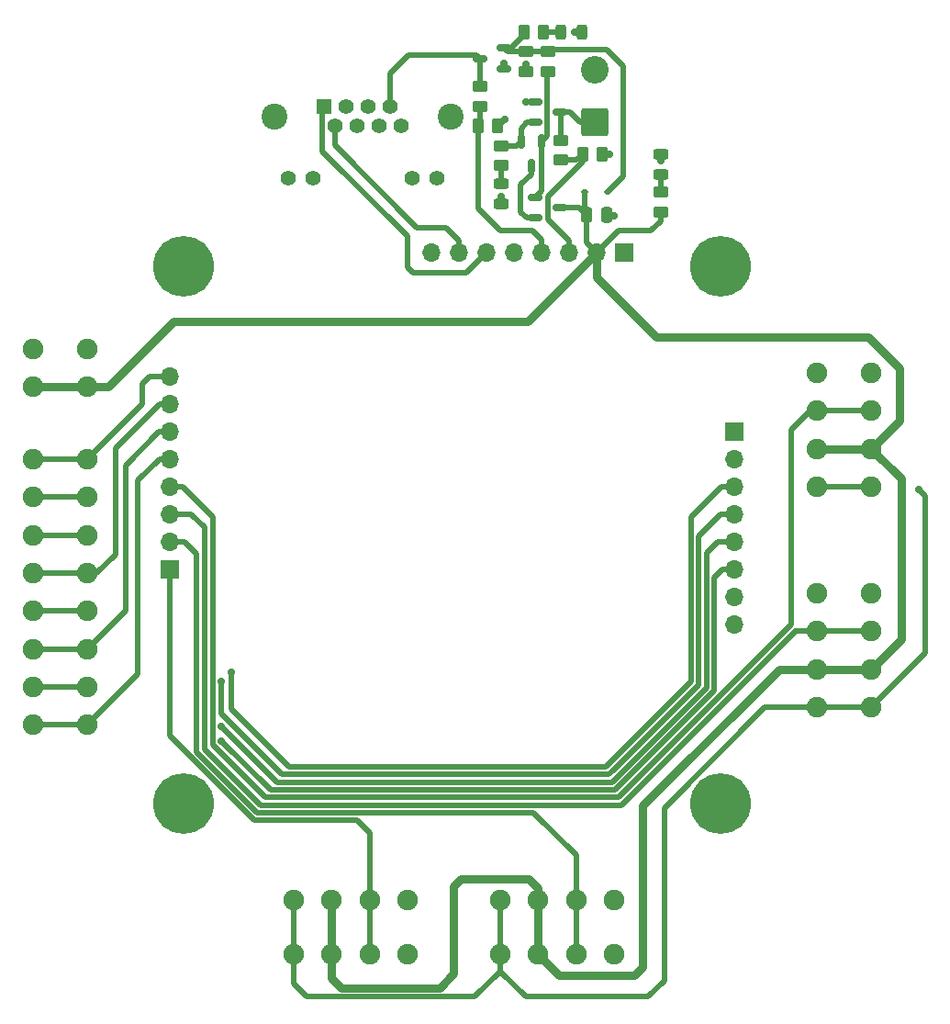
<source format=gtl>
G04 #@! TF.GenerationSoftware,KiCad,Pcbnew,9.0.0*
G04 #@! TF.CreationDate,2025-02-28T23:28:00-08:00*
G04 #@! TF.ProjectId,Constellation Saddle V1.1,436f6e73-7465-46c6-9c61-74696f6e2053,rev?*
G04 #@! TF.SameCoordinates,Original*
G04 #@! TF.FileFunction,Copper,L1,Top*
G04 #@! TF.FilePolarity,Positive*
%FSLAX46Y46*%
G04 Gerber Fmt 4.6, Leading zero omitted, Abs format (unit mm)*
G04 Created by KiCad (PCBNEW 9.0.0) date 2025-02-28 23:28:00*
%MOMM*%
%LPD*%
G01*
G04 APERTURE LIST*
G04 Aperture macros list*
%AMRoundRect*
0 Rectangle with rounded corners*
0 $1 Rounding radius*
0 $2 $3 $4 $5 $6 $7 $8 $9 X,Y pos of 4 corners*
0 Add a 4 corners polygon primitive as box body*
4,1,4,$2,$3,$4,$5,$6,$7,$8,$9,$2,$3,0*
0 Add four circle primitives for the rounded corners*
1,1,$1+$1,$2,$3*
1,1,$1+$1,$4,$5*
1,1,$1+$1,$6,$7*
1,1,$1+$1,$8,$9*
0 Add four rect primitives between the rounded corners*
20,1,$1+$1,$2,$3,$4,$5,0*
20,1,$1+$1,$4,$5,$6,$7,0*
20,1,$1+$1,$6,$7,$8,$9,0*
20,1,$1+$1,$8,$9,$2,$3,0*%
G04 Aperture macros list end*
G04 #@! TA.AperFunction,ComponentPad*
%ADD10R,1.700000X1.700000*%
G04 #@! TD*
G04 #@! TA.AperFunction,ComponentPad*
%ADD11O,1.700000X1.700000*%
G04 #@! TD*
G04 #@! TA.AperFunction,SMDPad,CuDef*
%ADD12RoundRect,0.243750X0.456250X-0.243750X0.456250X0.243750X-0.456250X0.243750X-0.456250X-0.243750X0*%
G04 #@! TD*
G04 #@! TA.AperFunction,ComponentPad*
%ADD13R,1.408000X1.408000*%
G04 #@! TD*
G04 #@! TA.AperFunction,ComponentPad*
%ADD14C,1.408000*%
G04 #@! TD*
G04 #@! TA.AperFunction,ComponentPad*
%ADD15C,2.400000*%
G04 #@! TD*
G04 #@! TA.AperFunction,ComponentPad*
%ADD16C,1.900000*%
G04 #@! TD*
G04 #@! TA.AperFunction,SMDPad,CuDef*
%ADD17RoundRect,0.250000X-0.450000X0.262500X-0.450000X-0.262500X0.450000X-0.262500X0.450000X0.262500X0*%
G04 #@! TD*
G04 #@! TA.AperFunction,SMDPad,CuDef*
%ADD18RoundRect,0.250000X-0.262500X-0.450000X0.262500X-0.450000X0.262500X0.450000X-0.262500X0.450000X0*%
G04 #@! TD*
G04 #@! TA.AperFunction,ComponentPad*
%ADD19C,5.600000*%
G04 #@! TD*
G04 #@! TA.AperFunction,SMDPad,CuDef*
%ADD20RoundRect,0.112500X-0.187500X-0.112500X0.187500X-0.112500X0.187500X0.112500X-0.187500X0.112500X0*%
G04 #@! TD*
G04 #@! TA.AperFunction,SMDPad,CuDef*
%ADD21RoundRect,0.150000X-0.512500X-0.150000X0.512500X-0.150000X0.512500X0.150000X-0.512500X0.150000X0*%
G04 #@! TD*
G04 #@! TA.AperFunction,SMDPad,CuDef*
%ADD22RoundRect,0.243750X-0.456250X0.243750X-0.456250X-0.243750X0.456250X-0.243750X0.456250X0.243750X0*%
G04 #@! TD*
G04 #@! TA.AperFunction,SMDPad,CuDef*
%ADD23RoundRect,0.243750X0.243750X0.456250X-0.243750X0.456250X-0.243750X-0.456250X0.243750X-0.456250X0*%
G04 #@! TD*
G04 #@! TA.AperFunction,SMDPad,CuDef*
%ADD24RoundRect,0.150000X-0.150000X0.512500X-0.150000X-0.512500X0.150000X-0.512500X0.150000X0.512500X0*%
G04 #@! TD*
G04 #@! TA.AperFunction,SMDPad,CuDef*
%ADD25RoundRect,0.250000X0.450000X-0.262500X0.450000X0.262500X-0.450000X0.262500X-0.450000X-0.262500X0*%
G04 #@! TD*
G04 #@! TA.AperFunction,ComponentPad*
%ADD26RoundRect,0.249999X1.025001X-1.025001X1.025001X1.025001X-1.025001X1.025001X-1.025001X-1.025001X0*%
G04 #@! TD*
G04 #@! TA.AperFunction,ComponentPad*
%ADD27C,2.550000*%
G04 #@! TD*
G04 #@! TA.AperFunction,SMDPad,CuDef*
%ADD28RoundRect,0.150000X0.512500X0.150000X-0.512500X0.150000X-0.512500X-0.150000X0.512500X-0.150000X0*%
G04 #@! TD*
G04 #@! TA.AperFunction,SMDPad,CuDef*
%ADD29RoundRect,0.250000X-0.250000X-0.475000X0.250000X-0.475000X0.250000X0.475000X-0.250000X0.475000X0*%
G04 #@! TD*
G04 #@! TA.AperFunction,ViaPad*
%ADD30C,0.700000*%
G04 #@! TD*
G04 #@! TA.AperFunction,Conductor*
%ADD31C,0.750000*%
G04 #@! TD*
G04 #@! TA.AperFunction,Conductor*
%ADD32C,0.500000*%
G04 #@! TD*
G04 APERTURE END LIST*
D10*
X69850000Y-27940000D03*
D11*
X67310000Y-27940000D03*
X64770001Y-27940000D03*
X62230000Y-27940000D03*
X59690000Y-27940000D03*
X57150000Y-27940000D03*
X54610000Y-27940000D03*
X52069999Y-27940000D03*
D12*
X58540000Y-23425002D03*
X58540000Y-21550000D03*
D13*
X42150000Y-14478000D03*
D14*
X43170000Y-16258000D03*
X44190000Y-14478000D03*
X45210000Y-16258000D03*
X46230000Y-14478000D03*
X47250000Y-16258000D03*
X48270000Y-14478000D03*
X49290000Y-16258000D03*
X38860000Y-21077999D03*
X41150000Y-21078000D03*
X50290000Y-21078000D03*
X52580000Y-21077999D03*
D15*
X53845000Y-15368000D03*
X37595000Y-15368000D03*
D16*
X39370000Y-87630000D03*
X39370000Y-92630000D03*
X42870003Y-87630000D03*
X42870003Y-92630000D03*
X46370004Y-87630000D03*
X46370004Y-92630000D03*
X49870004Y-87630000D03*
X49870004Y-92630000D03*
D17*
X64050000Y-17567500D03*
X64050000Y-19392500D03*
X56560000Y-12630000D03*
X56560000Y-14455000D03*
D18*
X60600000Y-7620000D03*
X62425000Y-7620000D03*
D19*
X78740000Y-78740000D03*
D10*
X27940000Y-57150000D03*
D11*
X27940000Y-54610000D03*
X27940000Y-52070001D03*
X27940000Y-49530000D03*
X27940000Y-46990000D03*
X27940000Y-44450000D03*
X27940000Y-41910000D03*
X27940000Y-39369999D03*
D17*
X58540000Y-18095000D03*
X58540000Y-19920000D03*
D19*
X29210000Y-78740000D03*
D20*
X66202500Y-22360000D03*
X68302500Y-22360000D03*
D21*
X61622500Y-14047501D03*
X61622500Y-15947499D03*
X63897500Y-14997500D03*
D16*
X20320000Y-46990000D03*
X15320000Y-46990000D03*
X20320000Y-50490000D03*
X15320001Y-50490001D03*
X20320000Y-53990002D03*
X15320000Y-53990002D03*
X20320000Y-57490003D03*
X15320000Y-57490003D03*
X20320000Y-60990003D03*
X15320000Y-60990003D03*
X20320000Y-64490003D03*
X15320000Y-64490003D03*
X20320000Y-67990004D03*
X15320000Y-67990004D03*
X20320000Y-71490005D03*
X15320000Y-71490005D03*
D22*
X73240000Y-18844998D03*
X73240000Y-20720000D03*
D23*
X65927501Y-7620000D03*
X64052499Y-7620000D03*
D24*
X62232499Y-17722500D03*
X60332501Y-17722500D03*
X61282500Y-19997500D03*
D16*
X58420000Y-87630000D03*
X58420000Y-92630000D03*
X61920003Y-87630000D03*
X61920003Y-92630000D03*
X65420004Y-87630000D03*
X65420004Y-92630000D03*
X68920004Y-87630000D03*
X68920004Y-92630000D03*
X87630000Y-69850000D03*
X92630000Y-69850000D03*
X87630000Y-66349997D03*
X92630000Y-66349997D03*
X87630000Y-62849996D03*
X92630000Y-62849996D03*
X87630000Y-59349996D03*
X92630000Y-59349996D03*
D10*
X80010000Y-44450000D03*
D11*
X80010000Y-46990000D03*
X80010000Y-49530000D03*
X80010000Y-52070000D03*
X80010000Y-54610000D03*
X80010000Y-57150000D03*
X80010000Y-59690000D03*
X80010000Y-62230000D03*
D21*
X61682500Y-22820001D03*
X61682500Y-24719999D03*
X63957500Y-23770000D03*
D25*
X62820000Y-11242500D03*
X62820000Y-9417500D03*
D18*
X66007500Y-18850000D03*
X67832500Y-18850000D03*
D16*
X20320000Y-36830000D03*
X15320000Y-36830000D03*
X20320000Y-40330000D03*
X15320000Y-40330000D03*
D19*
X78740000Y-29210000D03*
D17*
X60800000Y-9417500D03*
X60800000Y-11242500D03*
D18*
X56377500Y-16260000D03*
X58202500Y-16260000D03*
D25*
X73240000Y-24175000D03*
X73240000Y-22350000D03*
D26*
X67150000Y-15900000D03*
D27*
X67150000Y-11099999D03*
D28*
X58797499Y-10989999D03*
X58797499Y-9090001D03*
X56522499Y-10040000D03*
D19*
X29210000Y-29210000D03*
D16*
X87630000Y-49530000D03*
X92630000Y-49530000D03*
X87630000Y-46029997D03*
X92630000Y-46029997D03*
X87630000Y-42529996D03*
X92630000Y-42529996D03*
X87630000Y-39029996D03*
X92630000Y-39029996D03*
D29*
X66380000Y-24430000D03*
X68280000Y-24430000D03*
D30*
X58530000Y-22740000D03*
X60800000Y-14050000D03*
X58850000Y-15630000D03*
X65270000Y-7640000D03*
X68940000Y-24580000D03*
X58780000Y-10510000D03*
X73230000Y-19500000D03*
X68510000Y-18860000D03*
X60790000Y-10550000D03*
X32710000Y-72950000D03*
X33640000Y-66600000D03*
X32700000Y-71640000D03*
X32700000Y-67470000D03*
X97040000Y-49770000D03*
D31*
X84140003Y-66349997D02*
X87630000Y-66349997D01*
X70810000Y-94530000D02*
X71550000Y-93790000D01*
X71550000Y-78940000D02*
X84140003Y-66349997D01*
X63820003Y-94530000D02*
X70810000Y-94530000D01*
X71550000Y-93790000D02*
X71550000Y-78940000D01*
X61920003Y-92630000D02*
X63820003Y-94530000D01*
D32*
X82830000Y-69850000D02*
X87630000Y-69850000D01*
X73550000Y-79130000D02*
X82830000Y-69850000D01*
X73550000Y-95100000D02*
X73550000Y-79130000D01*
X60776000Y-96556000D02*
X72094000Y-96556000D01*
X58420000Y-94200000D02*
X60776000Y-96556000D01*
X72094000Y-96556000D02*
X73550000Y-95100000D01*
X85636824Y-62849996D02*
X87630000Y-62849996D01*
X85580364Y-62906456D02*
X85636824Y-62849996D01*
X70027456Y-78459364D02*
X85580364Y-62906456D01*
X69510000Y-78870000D02*
X69616820Y-78870000D01*
X69036092Y-78870000D02*
X69510000Y-78870000D01*
X69616820Y-78870000D02*
X70027456Y-78459364D01*
X62352092Y-78870000D02*
X69036092Y-78870000D01*
X61771364Y-78870000D02*
X62352092Y-78870000D01*
X36447636Y-78869000D02*
X37028364Y-78869000D01*
X37028364Y-78869000D02*
X61770364Y-78869000D01*
X36311728Y-78869000D02*
X36447636Y-78869000D01*
X31140000Y-73697272D02*
X36311728Y-78869000D01*
X31140000Y-53280000D02*
X31140000Y-73697272D01*
X29930001Y-52070001D02*
X31140000Y-53280000D01*
X27940000Y-52070001D02*
X29930001Y-52070001D01*
X61770364Y-78869000D02*
X61771364Y-78870000D01*
X87070004Y-42529996D02*
X87630000Y-42529996D01*
X85290000Y-62205456D02*
X85290000Y-44310000D01*
X69326456Y-78169000D02*
X85290000Y-62205456D01*
X62060728Y-78168000D02*
X62061728Y-78169000D01*
X31900000Y-73330000D02*
X36738000Y-78168000D01*
X31900000Y-52287919D02*
X31900000Y-73330000D01*
X36738000Y-78168000D02*
X62060728Y-78168000D01*
X62061728Y-78169000D02*
X69326456Y-78169000D01*
X29142081Y-49530000D02*
X31900000Y-52287919D01*
X27940000Y-49530000D02*
X29142081Y-49530000D01*
X85290000Y-44310000D02*
X87070004Y-42529996D01*
X69036092Y-77468000D02*
X78180000Y-68324092D01*
X78180000Y-68324092D02*
X78180000Y-67610000D01*
X62352092Y-77468000D02*
X69036092Y-77468000D01*
X62351092Y-77467000D02*
X62352092Y-77468000D01*
X32710000Y-72950000D02*
X37227000Y-77467000D01*
X37227000Y-77467000D02*
X62351092Y-77467000D01*
X78930000Y-57160000D02*
X80000000Y-57160000D01*
X78180000Y-57910000D02*
X78930000Y-57160000D01*
X78180000Y-67610000D02*
X78180000Y-57910000D01*
X80000000Y-57160000D02*
X80010000Y-57150000D01*
X38413272Y-76766000D02*
X38014636Y-76766000D01*
X38994000Y-76766000D02*
X38595364Y-76766000D01*
X62641456Y-76766000D02*
X39574728Y-76766000D01*
X39574728Y-76766000D02*
X38994000Y-76766000D01*
X62642456Y-76767000D02*
X62641456Y-76766000D01*
X38595364Y-76766000D02*
X38413272Y-76766000D01*
X63803912Y-76767000D02*
X63223184Y-76767000D01*
X67553000Y-76767000D02*
X63803912Y-76767000D01*
X37826000Y-76766000D02*
X32700000Y-71640000D01*
X67584272Y-76767000D02*
X67553000Y-76767000D01*
X38014636Y-76766000D02*
X37826000Y-76766000D01*
X68474364Y-76767000D02*
X68165000Y-76767000D01*
X68745728Y-76767000D02*
X68474364Y-76767000D01*
X63223184Y-76767000D02*
X62642456Y-76767000D01*
X69156364Y-76356364D02*
X68745728Y-76767000D01*
X68165000Y-76767000D02*
X67893636Y-76767000D01*
X69567000Y-75945728D02*
X69334364Y-76178364D01*
X67893636Y-76767000D02*
X67584272Y-76767000D01*
X76628728Y-68884000D02*
X69567000Y-75945728D01*
X77039364Y-68473364D02*
X76628728Y-68884000D01*
X77450000Y-68062728D02*
X77039364Y-68473364D01*
X77450000Y-67210636D02*
X77450000Y-67482000D01*
X69334364Y-76178364D02*
X69156364Y-76356364D01*
X77450000Y-55660000D02*
X77450000Y-66901272D01*
X77451000Y-55659000D02*
X77450000Y-55660000D01*
X77450000Y-66901272D02*
X77450000Y-67210636D01*
X77450000Y-67791364D02*
X77450000Y-68062728D01*
X78500000Y-54610000D02*
X77451000Y-55659000D01*
X77450000Y-67482000D02*
X77450000Y-67791364D01*
X80010000Y-54610000D02*
X78500000Y-54610000D01*
X78770000Y-52070000D02*
X80010000Y-52070000D01*
X76750000Y-54090000D02*
X78770000Y-52070000D01*
X76750000Y-55368636D02*
X76750000Y-54090000D01*
X76749000Y-55369636D02*
X76750000Y-55368636D01*
X76749000Y-67191636D02*
X76749000Y-55369636D01*
X76749000Y-67501000D02*
X76749000Y-67191636D01*
X76749000Y-67772364D02*
X76749000Y-67501000D01*
X76338364Y-68183000D02*
X76749000Y-67772364D01*
X68866000Y-75655364D02*
X76338364Y-68183000D01*
X67874636Y-76066000D02*
X68184000Y-76066000D01*
X63513548Y-76066000D02*
X67874636Y-76066000D01*
X62932820Y-76066000D02*
X63513548Y-76066000D01*
X62931820Y-76065000D02*
X62932820Y-76066000D01*
X38305000Y-76065000D02*
X38703636Y-76065000D01*
X32700000Y-70460000D02*
X38305000Y-76065000D01*
X38703636Y-76065000D02*
X39284364Y-76065000D01*
X68455364Y-76066000D02*
X68866000Y-75655364D01*
X39284364Y-76065000D02*
X62931820Y-76065000D01*
X68184000Y-76066000D02*
X68455364Y-76066000D01*
X32700000Y-67470000D02*
X32700000Y-70460000D01*
X78800000Y-49530000D02*
X80010000Y-49530000D01*
X68165000Y-75365000D02*
X76048000Y-67482000D01*
X76048000Y-67482000D02*
X76048000Y-52282000D01*
X76048000Y-52282000D02*
X78800000Y-49530000D01*
X63223184Y-75365000D02*
X68165000Y-75365000D01*
X63222184Y-75364000D02*
X63223184Y-75365000D01*
X38994000Y-75364000D02*
X63222184Y-75364000D01*
X33640000Y-70010000D02*
X38994000Y-75364000D01*
X33640000Y-66600000D02*
X33640000Y-70010000D01*
X58540000Y-22750000D02*
X58530000Y-22740000D01*
X60800000Y-10560000D02*
X60790000Y-10550000D01*
X58797499Y-10527499D02*
X58780000Y-10510000D01*
X68790000Y-24430000D02*
X68940000Y-24580000D01*
X61622500Y-14047501D02*
X60802499Y-14047501D01*
X68500000Y-18850000D02*
X68510000Y-18860000D01*
X60800000Y-11242500D02*
X60800000Y-10560000D01*
X60802499Y-14047501D02*
X60800000Y-14050000D01*
X65290000Y-7620000D02*
X65270000Y-7640000D01*
X73240000Y-18844998D02*
X73240000Y-19490000D01*
X73240000Y-19490000D02*
X73230000Y-19500000D01*
X68280000Y-24430000D02*
X68790000Y-24430000D01*
X67832500Y-18850000D02*
X68500000Y-18850000D01*
X58202500Y-16260000D02*
X58220000Y-16260000D01*
X58797499Y-10989999D02*
X58797499Y-10527499D01*
X65927501Y-7620000D02*
X65290000Y-7620000D01*
X58220000Y-16260000D02*
X58850000Y-15630000D01*
X58540000Y-23425002D02*
X58540000Y-22750000D01*
X58540000Y-19920000D02*
X58540000Y-21550000D01*
X73240000Y-20720000D02*
X73240000Y-22350000D01*
X62425000Y-7620000D02*
X64052499Y-7620000D01*
X60800000Y-9417500D02*
X62820000Y-9417500D01*
X60600000Y-7900000D02*
X60600000Y-7620000D01*
X59107498Y-9400000D02*
X58797499Y-9090001D01*
X60782500Y-9400000D02*
X59107498Y-9400000D01*
X60800000Y-9417500D02*
X60782500Y-9400000D01*
X59409999Y-9090001D02*
X60600000Y-7900000D01*
X62997500Y-9240000D02*
X62820000Y-9417500D01*
X69760000Y-10740000D02*
X68260000Y-9240000D01*
X69760000Y-20902500D02*
X69760000Y-10740000D01*
X68260000Y-9240000D02*
X62997500Y-9240000D01*
X68302500Y-22360000D02*
X69760000Y-20902500D01*
X58797499Y-9090001D02*
X59409999Y-9090001D01*
X65770000Y-15900000D02*
X64867500Y-14997500D01*
X64050000Y-15150000D02*
X63897500Y-14997500D01*
X67150000Y-15900000D02*
X65770000Y-15900000D01*
X64867500Y-14997500D02*
X63897500Y-14997500D01*
X64050000Y-17567500D02*
X64050000Y-15150000D01*
X42015000Y-18615000D02*
X49840000Y-26440000D01*
X42150000Y-14478000D02*
X42015000Y-14613000D01*
X49840000Y-26440000D02*
X49840000Y-29300000D01*
X49840000Y-29300000D02*
X50350000Y-29810000D01*
X42015000Y-14613000D02*
X42015000Y-18615000D01*
X50350000Y-29810000D02*
X55280000Y-29810000D01*
X55280000Y-29810000D02*
X57150000Y-27940000D01*
X53410000Y-25620000D02*
X54610000Y-26820000D01*
X50720000Y-25620000D02*
X53410000Y-25620000D01*
X43170000Y-18070000D02*
X50720000Y-25620000D01*
X54610000Y-26820000D02*
X54610000Y-27940000D01*
X43170000Y-16258000D02*
X43170000Y-18070000D01*
X48270000Y-14478000D02*
X48270000Y-11390000D01*
X48270000Y-11390000D02*
X49919999Y-9740001D01*
X56522499Y-12592499D02*
X56560000Y-12630000D01*
X56222500Y-9740001D02*
X56522499Y-10040000D01*
X56522499Y-10040000D02*
X56522499Y-12592499D01*
X49919999Y-9740001D02*
X56222500Y-9740001D01*
D31*
X67310000Y-27940000D02*
X67310000Y-30200000D01*
D32*
X66202500Y-22360000D02*
X66202500Y-24252500D01*
D31*
X95390000Y-48789997D02*
X95390000Y-63589997D01*
X87630000Y-66349997D02*
X92630000Y-66349997D01*
X43780000Y-95730000D02*
X52810000Y-95730000D01*
X95230000Y-43429997D02*
X92630000Y-46029997D01*
X42870003Y-87630000D02*
X42870003Y-92630000D01*
X72810000Y-35700000D02*
X92340000Y-35700000D01*
X92630000Y-46029997D02*
X95390000Y-48789997D01*
X42870003Y-94820003D02*
X43780000Y-95730000D01*
X20320000Y-40330000D02*
X22270000Y-40330000D01*
X67310000Y-30200000D02*
X72810000Y-35700000D01*
X54140000Y-86350000D02*
X54790000Y-85700000D01*
X61920003Y-87630000D02*
X61920003Y-92630000D01*
D32*
X66202500Y-24252500D02*
X66380000Y-24430000D01*
X63957500Y-23770000D02*
X65720000Y-23770000D01*
D31*
X60950000Y-34300000D02*
X67310000Y-27940000D01*
X87630000Y-46029997D02*
X92630000Y-46029997D01*
X28300000Y-34300000D02*
X60950000Y-34300000D01*
X61920003Y-86530003D02*
X61920003Y-87630000D01*
X95390000Y-63589997D02*
X92630000Y-66349997D01*
D32*
X67310000Y-27940000D02*
X69310000Y-25940000D01*
D31*
X54140000Y-94400000D02*
X54140000Y-86350000D01*
X92340000Y-35700000D02*
X95230000Y-38590000D01*
D32*
X69310000Y-25940000D02*
X72330000Y-25940000D01*
X73240000Y-25030000D02*
X73240000Y-24175000D01*
D31*
X42870003Y-92630000D02*
X42870003Y-94820003D01*
X95230000Y-38590000D02*
X95230000Y-43429997D01*
X15320000Y-40330000D02*
X20320000Y-40330000D01*
D32*
X65720000Y-23770000D02*
X66380000Y-24430000D01*
D31*
X61090000Y-85700000D02*
X61920003Y-86530003D01*
X52810000Y-95730000D02*
X54140000Y-94400000D01*
X54790000Y-85700000D02*
X61090000Y-85700000D01*
X22270000Y-40330000D02*
X28300000Y-34300000D01*
D32*
X72330000Y-25940000D02*
X73240000Y-25030000D01*
X66380000Y-27010000D02*
X67310000Y-27940000D01*
X66380000Y-24430000D02*
X66380000Y-27010000D01*
X65465000Y-19392500D02*
X66007500Y-18850000D01*
X64050000Y-19392500D02*
X65465000Y-19392500D01*
X66007500Y-18850000D02*
X66007500Y-19582500D01*
X62844000Y-24874000D02*
X64770001Y-26800001D01*
X64770001Y-26800001D02*
X64770001Y-27940000D01*
X62844000Y-22746000D02*
X62844000Y-24874000D01*
X66007500Y-19582500D02*
X62844000Y-22746000D01*
X56560000Y-16077500D02*
X56377500Y-16260000D01*
X58420000Y-25920000D02*
X61430000Y-25920000D01*
X61430000Y-25920000D02*
X62230000Y-26720000D01*
X62230000Y-26720000D02*
X62230000Y-27940000D01*
X56377500Y-23877500D02*
X58420000Y-25920000D01*
X56560000Y-14455000D02*
X56560000Y-16077500D01*
X56377500Y-16260000D02*
X56377500Y-23877500D01*
X15320000Y-67990004D02*
X20320000Y-67990004D01*
X15320001Y-50490001D02*
X20320000Y-50490000D01*
X25410000Y-41900000D02*
X25410000Y-40050000D01*
X20320000Y-46990000D02*
X25410000Y-41900000D01*
X25410000Y-40050000D02*
X26090001Y-39369999D01*
X26090001Y-39369999D02*
X27940000Y-39369999D01*
X15320000Y-46990000D02*
X20320000Y-46990000D01*
X15320000Y-60990003D02*
X20320000Y-60990003D01*
X20320000Y-64490003D02*
X23840000Y-60970003D01*
X23840000Y-60970003D02*
X23840000Y-47570000D01*
X23840000Y-47570000D02*
X26960000Y-44450000D01*
X26960000Y-44450000D02*
X27940000Y-44450000D01*
X15320000Y-64490003D02*
X20320000Y-64490003D01*
X15320000Y-53990002D02*
X20320000Y-53990002D01*
X25020000Y-66790005D02*
X25020000Y-48970000D01*
X15320000Y-71490005D02*
X20320000Y-71490005D01*
X27000000Y-46990000D02*
X27940000Y-46990000D01*
X25020000Y-48970000D02*
X27000000Y-46990000D01*
X20320000Y-71490005D02*
X25020000Y-66790005D01*
X15320000Y-57490003D02*
X20320000Y-57490003D01*
X22930000Y-45980000D02*
X22930000Y-55770000D01*
X21209997Y-57490003D02*
X20320000Y-57490003D01*
X22930000Y-55770000D02*
X21209997Y-57490003D01*
X27940000Y-41910000D02*
X27000000Y-41910000D01*
X27000000Y-41910000D02*
X22930000Y-45980000D01*
X39370000Y-95370000D02*
X40556000Y-96556000D01*
X39370000Y-87630000D02*
X39370000Y-92630000D01*
X92630000Y-69850000D02*
X97600000Y-64880000D01*
X97600000Y-50330000D02*
X97040000Y-49770000D01*
X58420000Y-87630000D02*
X58420000Y-92630000D01*
X56064000Y-96556000D02*
X58420000Y-94200000D01*
X87630000Y-69850000D02*
X92630000Y-69850000D01*
X87630000Y-49530000D02*
X92630000Y-49530000D01*
X39370000Y-92630000D02*
X39370000Y-95370000D01*
X58420000Y-94200000D02*
X58420000Y-92630000D01*
X40556000Y-96556000D02*
X56064000Y-96556000D01*
X97600000Y-64880000D02*
X97600000Y-50330000D01*
X46370004Y-81410004D02*
X46370004Y-87630000D01*
X27940000Y-72480000D02*
X35750000Y-80290000D01*
X27940000Y-57150000D02*
X27940000Y-72480000D01*
X45250000Y-80290000D02*
X46370004Y-81410004D01*
X46370004Y-92630000D02*
X46370004Y-87630000D01*
X35750000Y-80290000D02*
X45250000Y-80290000D01*
X87630000Y-62849996D02*
X92630000Y-62849996D01*
X30439000Y-55719000D02*
X29330000Y-54610000D01*
X65420004Y-83510004D02*
X61480000Y-79570000D01*
X36021364Y-79570000D02*
X30439000Y-73987636D01*
X29330000Y-54610000D02*
X27940000Y-54610000D01*
X30439000Y-73987636D02*
X30439000Y-55719000D01*
X65420004Y-92630000D02*
X65420004Y-87630000D01*
X61480000Y-79570000D02*
X36021364Y-79570000D01*
X65420004Y-87630000D02*
X65420004Y-83510004D01*
X87630000Y-42529996D02*
X92630000Y-42529996D01*
X58540000Y-18095000D02*
X59960001Y-18095000D01*
X60912501Y-15947499D02*
X60332501Y-16527499D01*
X60332501Y-16527499D02*
X60332501Y-17722500D01*
X61622500Y-15947499D02*
X60912501Y-15947499D01*
X59960001Y-18095000D02*
X60332501Y-17722500D01*
X60320000Y-24170000D02*
X60869999Y-24719999D01*
X61282500Y-20717500D02*
X60320000Y-21680000D01*
X60869999Y-24719999D02*
X61682500Y-24719999D01*
X60320000Y-21680000D02*
X60320000Y-24170000D01*
X61282500Y-19997500D02*
X61282500Y-20717500D01*
X62232499Y-22270002D02*
X62232499Y-17722500D01*
X62784000Y-11278500D02*
X62784000Y-17170999D01*
X61682500Y-22820001D02*
X62232499Y-22270002D01*
X62784000Y-17170999D02*
X62232499Y-17722500D01*
X62820000Y-11242500D02*
X62784000Y-11278500D01*
M02*

</source>
